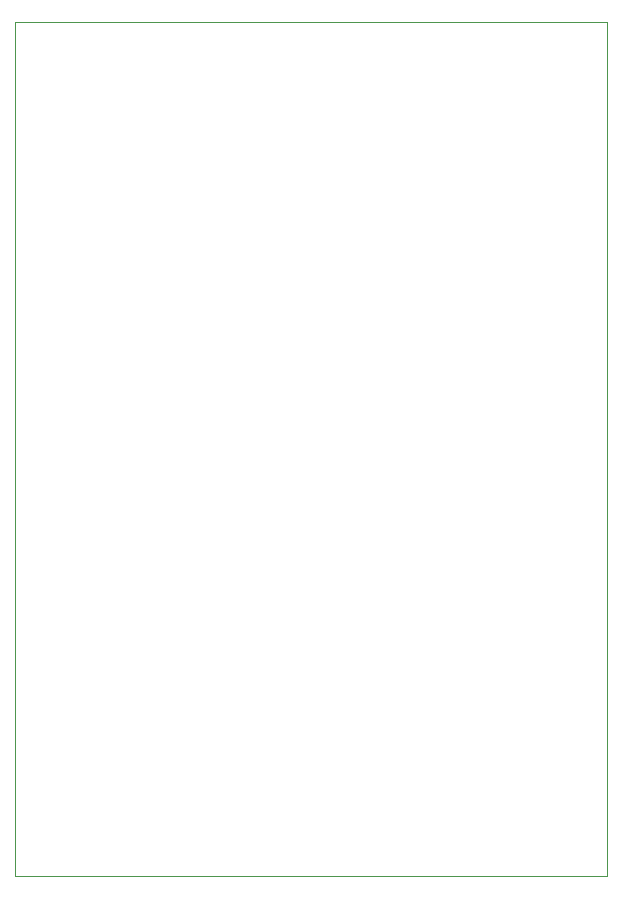
<source format=gbr>
%TF.GenerationSoftware,KiCad,Pcbnew,9.0.6*%
%TF.CreationDate,2025-11-22T08:39:34-08:00*%
%TF.ProjectId,bramble,6272616d-626c-4652-9e6b-696361645f70,rev?*%
%TF.SameCoordinates,Original*%
%TF.FileFunction,Profile,NP*%
%FSLAX46Y46*%
G04 Gerber Fmt 4.6, Leading zero omitted, Abs format (unit mm)*
G04 Created by KiCad (PCBNEW 9.0.6) date 2025-11-22 08:39:34*
%MOMM*%
%LPD*%
G01*
G04 APERTURE LIST*
%TA.AperFunction,Profile*%
%ADD10C,0.050000*%
%TD*%
G04 APERTURE END LIST*
D10*
X11100000Y-11650000D02*
X61200000Y-11650000D01*
X61200000Y-84000000D01*
X11100000Y-84000000D01*
X11100000Y-11650000D01*
M02*

</source>
